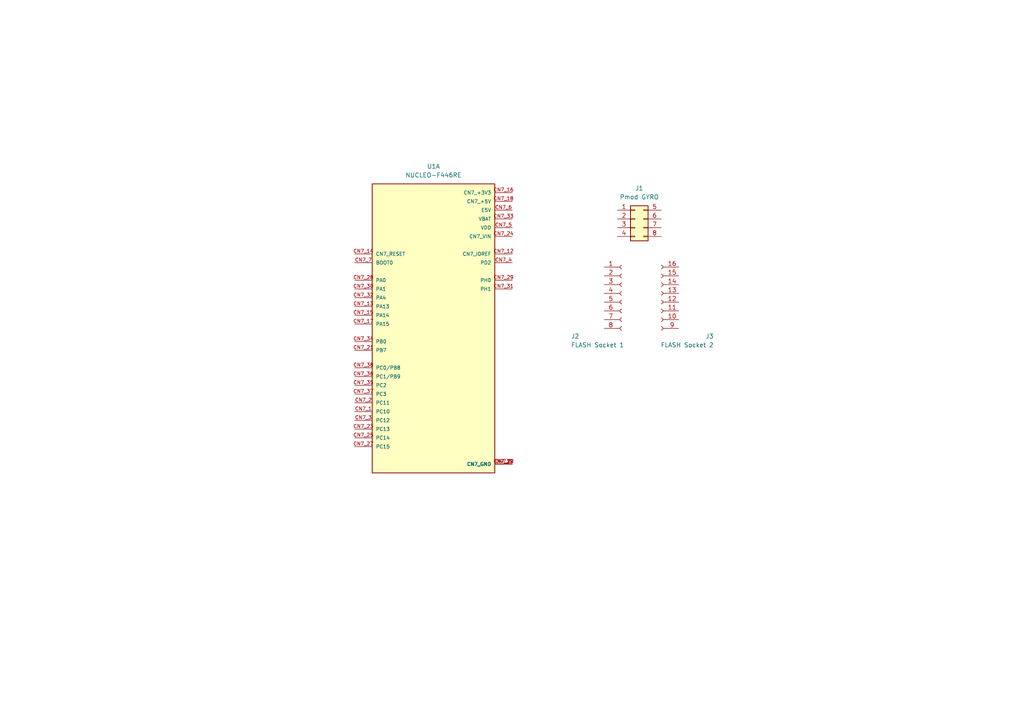
<source format=kicad_sch>
(kicad_sch (version 20250114) (generator "eeschema") (generator_version "9.0")
  (paper "A4")
  (lib_symbols
    (symbol "Conn_01x08_Socket_1" (pin_names (offset 1.016) (hide yes))
      (property "Reference" "J3" (at 1.27 0.0001 0))
      (property "Value" "Conn_01x08_Socket" (at 1.27 -2.5399 0))
      (symbol "Conn_01x08_Socket_1_1_1"
        (polyline (pts (xy -1.27 7.62) (xy -0.508 7.62)) (stroke (width 0.1524)))
        (polyline (pts (xy -1.27 5.08) (xy -0.508 5.08)) (stroke (width 0.1524)))
        (polyline (pts (xy -1.27 2.54) (xy -0.508 2.54)) (stroke (width 0.1524)))
        (polyline (pts (xy -1.27 0) (xy -0.508 0)) (stroke (width 0.1524)))
        (polyline (pts (xy -1.27 -2.54) (xy -0.508 -2.54)) (stroke (width 0.1524)))
        (polyline (pts (xy -1.27 -5.08) (xy -0.508 -5.08)) (stroke (width 0.1524)))
        (polyline (pts (xy -1.27 -7.62) (xy -0.508 -7.62)) (stroke (width 0.1524)))
        (polyline (pts (xy -1.27 -10.16) (xy -0.508 -10.16)) (stroke (width 0.1524)))
        (arc (start 0 7.112) (mid -0.5058 7.62) (end 0 8.128) (stroke (width 0.1524)))
        (arc (start 0 4.572) (mid -0.5058 5.08) (end 0 5.588) (stroke (width 0.1524)))
        (arc (start 0 2.032) (mid -0.5058 2.54) (end 0 3.048) (stroke (width 0.1524)))
        (arc (start 0 -0.508) (mid -0.5058 0) (end 0 0.508) (stroke (width 0.1524)))
        (arc (start 0 -3.048) (mid -0.5058 -2.54) (end 0 -2.032) (stroke (width 0.1524)))
        (arc (start 0 -5.588) (mid -0.5058 -5.08) (end 0 -4.572) (stroke (width 0.1524)))
        (arc (start 0 -8.128) (mid -0.5058 -7.62) (end 0 -7.112) (stroke (width 0.1524)))
        (arc (start 0 -10.668) (mid -0.5058 -10.16) (end 0 -9.652) (stroke (width 0.1524)))
        (pin passive line (at -5.08 7.62 0) (length 3.81) (name "Pin_16") (number "16"))
        (pin passive line (at -5.08 5.08 0) (length 3.81) (name "Pin_15") (number "15"))
        (pin passive line (at -5.08 2.54 0) (length 3.81) (name "Pin_14") (number "14"))
        (pin passive line (at -5.08 0 0) (length 3.81) (name "Pin_13") (number "13"))
        (pin passive line (at -5.08 -2.54 0) (length 3.81) (name "Pin_12") (number "12"))
        (pin passive line (at -5.08 -5.08 0) (length 3.81) (name "Pin_11") (number "11"))
        (pin passive line (at -5.08 -7.62 0) (length 3.81) (name "Pin_10") (number "10"))
        (pin passive line (at -5.08 -10.16 0) (length 3.81) (name "Pin_9") (number "9"))
      )
    )
    (symbol "Connector:Conn_01x08_Socket" (pin_names (offset 1.016) (hide yes))
      (property "Reference" "J" (at 0 10.16 0))
      (property "Value" "Conn_01x08_Socket" (at 0 -12.7 0))
      (symbol "Conn_01x08_Socket_1_1"
        (polyline (pts (xy -1.27 7.62) (xy -0.508 7.62)) (stroke (width 0.1524)))
        (polyline (pts (xy -1.27 5.08) (xy -0.508 5.08)) (stroke (width 0.1524)))
        (polyline (pts (xy -1.27 2.54) (xy -0.508 2.54)) (stroke (width 0.1524)))
        (polyline (pts (xy -1.27 0) (xy -0.508 0)) (stroke (width 0.1524)))
        (polyline (pts (xy -1.27 -2.54) (xy -0.508 -2.54)) (stroke (width 0.1524)))
        (polyline (pts (xy -1.27 -5.08) (xy -0.508 -5.08)) (stroke (width 0.1524)))
        (polyline (pts (xy -1.27 -7.62) (xy -0.508 -7.62)) (stroke (width 0.1524)))
        (polyline (pts (xy -1.27 -10.16) (xy -0.508 -10.16)) (stroke (width 0.1524)))
        (arc (start 0 7.112) (mid -0.5058 7.62) (end 0 8.128) (stroke (width 0.1524)))
        (arc (start 0 4.572) (mid -0.5058 5.08) (end 0 5.588) (stroke (width 0.1524)))
        (arc (start 0 2.032) (mid -0.5058 2.54) (end 0 3.048) (stroke (width 0.1524)))
        (arc (start 0 -0.508) (mid -0.5058 0) (end 0 0.508) (stroke (width 0.1524)))
        (arc (start 0 -3.048) (mid -0.5058 -2.54) (end 0 -2.032) (stroke (width 0.1524)))
        (arc (start 0 -5.588) (mid -0.5058 -5.08) (end 0 -4.572) (stroke (width 0.1524)))
        (arc (start 0 -8.128) (mid -0.5058 -7.62) (end 0 -7.112) (stroke (width 0.1524)))
        (arc (start 0 -10.668) (mid -0.5058 -10.16) (end 0 -9.652) (stroke (width 0.1524)))
        (pin passive line (at -5.08 7.62 0) (length 3.81) (name "Pin_1") (number "1"))
        (pin passive line (at -5.08 5.08 0) (length 3.81) (name "Pin_2") (number "2"))
        (pin passive line (at -5.08 2.54 0) (length 3.81) (name "Pin_3") (number "3"))
        (pin passive line (at -5.08 0 0) (length 3.81) (name "Pin_4") (number "4"))
        (pin passive line (at -5.08 -2.54 0) (length 3.81) (name "Pin_5") (number "5"))
        (pin passive line (at -5.08 -5.08 0) (length 3.81) (name "Pin_6") (number "6"))
        (pin passive line (at -5.08 -7.62 0) (length 3.81) (name "Pin_7") (number "7"))
        (pin passive line (at -5.08 -10.16 0) (length 3.81) (name "Pin_8") (number "8"))
      )
    )
    (symbol "Connector_Generic:Conn_02x04_Counter_Clockwise" (pin_names (offset 1.016) (hide yes))
      (property "Reference" "J1" (at 1.27 8.89 0))
      (property "Value" "Conn_02x04_Clockwise" (at 1.27 6.35 0))
      (symbol "Conn_02x04_Counter_Clockwise_1_1"
        (rectangle (start -1.27 3.81) (end 3.81 -6.35) (stroke (width 0.254)) (fill (type background)))
        (rectangle (start -1.27 2.667) (end 0 2.413) (stroke (width 0.1524)))
        (rectangle (start -1.27 0.127) (end 0 -0.127) (stroke (width 0.1524)))
        (rectangle (start -1.27 -2.413) (end 0 -2.667) (stroke (width 0.1524)))
        (rectangle (start -1.27 -4.953) (end 0 -5.207) (stroke (width 0.1524)))
        (rectangle (start 3.81 2.667) (end 2.54 2.413) (stroke (width 0.1524)))
        (rectangle (start 3.81 0.127) (end 2.54 -0.127) (stroke (width 0.1524)))
        (rectangle (start 3.81 -2.413) (end 2.54 -2.667) (stroke (width 0.1524)))
        (rectangle (start 3.81 -4.953) (end 2.54 -5.207) (stroke (width 0.1524)))
        (pin passive line (at -5.08 2.54 0) (length 3.81) (name "Pin_1") (number "1"))
        (pin passive line (at -5.08 0 0) (length 3.81) (name "Pin_2") (number "2"))
        (pin passive line (at -5.08 -2.54 0) (length 3.81) (name "Pin_3") (number "3"))
        (pin passive line (at -5.08 -5.08 0) (length 3.81) (name "Pin_4") (number "4"))
        (pin passive line (at 7.62 2.54 180) (length 3.81) (name "Pin_5") (number "5"))
        (pin passive line (at 7.62 0 180) (length 3.81) (name "Pin_6") (number "6"))
        (pin passive line (at 7.62 -2.54 180) (length 3.81) (name "Pin_7") (number "7"))
        (pin passive line (at 7.62 -5.08 180) (length 3.81) (name "Pin_8") (number "8"))
      )
    )
    (symbol "NUCLEO-F446RE:NUCLEO-F446RE" (pin_names (offset 1.016))
      (property "Reference" "U" (at -17.78 41.91 0))
      (property "Value" "NUCLEO-F446RE" (at -17.78 -44.45 0))
      (symbol "NUCLEO-F446RE_1_0"
        (rectangle (start -17.78 -43.18) (end 17.78 40.64) (stroke (width 0.254)) (fill (type background)))
        (pin bidirectional line (at -22.86 20.32 0) (length 5.08) (name "CN7_RESET") (number "CN7_14"))
        (pin bidirectional line (at -22.86 17.78 0) (length 5.08) (name "BOOT0") (number "CN7_7"))
        (pin bidirectional line (at -22.86 12.7 0) (length 5.08) (name "PA0") (number "CN7_28"))
        (pin bidirectional line (at -22.86 10.16 0) (length 5.08) (name "PA1") (number "CN7_30"))
        (pin bidirectional line (at -22.86 7.62 0) (length 5.08) (name "PA4") (number "CN7_32"))
        (pin bidirectional line (at -22.86 5.08 0) (length 5.08) (name "PA13") (number "CN7_13"))
        (pin bidirectional line (at -22.86 2.54 0) (length 5.08) (name "PA14") (number "CN7_15"))
        (pin bidirectional line (at -22.86 0 0) (length 5.08) (name "PA15") (number "CN7_17"))
        (pin bidirectional line (at -22.86 -5.08 0) (length 5.08) (name "PB0") (number "CN7_34"))
        (pin bidirectional line (at -22.86 -7.62 0) (length 5.08) (name "PB7") (number "CN7_21"))
        (pin bidirectional line (at -22.86 -12.7 0) (length 5.08) (name "PC0/PB8") (number "CN7_38"))
        (pin bidirectional line (at -22.86 -15.24 0) (length 5.08) (name "PC1/PB9") (number "CN7_36"))
        (pin bidirectional line (at -22.86 -17.78 0) (length 5.08) (name "PC2") (number "CN7_35"))
        (pin bidirectional line (at -22.86 -20.32 0) (length 5.08) (name "PC3") (number "CN7_37"))
        (pin bidirectional line (at -22.86 -22.86 0) (length 5.08) (name "PC11") (number "CN7_2"))
        (pin bidirectional line (at -22.86 -25.4 0) (length 5.08) (name "PC10") (number "CN7_1"))
        (pin bidirectional line (at -22.86 -27.94 0) (length 5.08) (name "PC12") (number "CN7_3"))
        (pin bidirectional line (at -22.86 -30.48 0) (length 5.08) (name "PC13") (number "CN7_23"))
        (pin bidirectional line (at -22.86 -33.02 0) (length 5.08) (name "PC14") (number "CN7_25"))
        (pin bidirectional line (at -22.86 -35.56 0) (length 5.08) (name "PC15") (number "CN7_27"))
        (pin power_in line (at 22.86 38.1 180) (length 5.08) (name "CN7_+3V3") (number "CN7_16"))
        (pin power_in line (at 22.86 35.56 180) (length 5.08) (name "CN7_+5V") (number "CN7_18"))
        (pin power_in line (at 22.86 33.02 180) (length 5.08) (name "E5V") (number "CN7_6"))
        (pin power_in line (at 22.86 30.48 180) (length 5.08) (name "VBAT") (number "CN7_33"))
        (pin power_in line (at 22.86 27.94 180) (length 5.08) (name "VDD") (number "CN7_5"))
        (pin power_in line (at 22.86 25.4 180) (length 5.08) (name "CN7_VIN") (number "CN7_24"))
        (pin bidirectional line (at 22.86 20.32 180) (length 5.08) (name "CN7_IOREF") (number "CN7_12"))
        (pin bidirectional line (at 22.86 17.78 180) (length 5.08) (name "PD2") (number "CN7_4"))
        (pin bidirectional line (at 22.86 12.7 180) (length 5.08) (name "PH0") (number "CN7_29"))
        (pin bidirectional line (at 22.86 10.16 180) (length 5.08) (name "PH1") (number "CN7_31"))
        (pin power_in line (at 22.86 -40.64 180) (length 5.08) (name "CN7_GND") (number "CN7_19"))
        (pin power_in line (at 22.86 -40.64 180) (length 5.08) (name "CN7_GND") (number "CN7_20"))
        (pin power_in line (at 22.86 -40.64 180) (length 5.08) (name "CN7_GND") (number "CN7_22"))
        (pin power_in line (at 22.86 -40.64 180) (length 5.08) (name "CN7_GND") (number "CN7_8"))
      )
      (symbol "NUCLEO-F446RE_2_0"
        (rectangle (start -12.7 -40.64) (end 12.7 38.1) (stroke (width 0.254)) (fill (type background)))
        (pin bidirectional line (at -17.78 27.94 0) (length 5.08) (name "PA2") (number "CN10_35"))
        (pin bidirectional line (at -17.78 25.4 0) (length 5.08) (name "PA3") (number "CN10_37"))
        (pin bidirectional line (at -17.78 22.86 0) (length 5.08) (name "PA5") (number "CN10_11"))
        (pin bidirectional line (at -17.78 20.32 0) (length 5.08) (name "PA6") (number "CN10_13"))
        (pin bidirectional line (at -17.78 17.78 0) (length 5.08) (name "PA7") (number "CN10_15"))
        (pin bidirectional line (at -17.78 15.24 0) (length 5.08) (name "PA8") (number "CN10_23"))
        (pin bidirectional line (at -17.78 12.7 0) (length 5.08) (name "PA9") (number "CN10_21"))
        (pin bidirectional line (at -17.78 10.16 0) (length 5.08) (name "PA10") (number "CN10_33"))
        (pin bidirectional line (at -17.78 7.62 0) (length 5.08) (name "PA11") (number "CN10_14"))
        (pin bidirectional line (at -17.78 5.08 0) (length 5.08) (name "PA12") (number "CN10_12"))
        (pin bidirectional line (at -17.78 0 0) (length 5.08) (name "PB1") (number "CN10_24"))
        (pin bidirectional line (at -17.78 -2.54 0) (length 5.08) (name "PB2") (number "CN10_22"))
        (pin bidirectional line (at -17.78 -5.08 0) (length 5.08) (name "PB3") (number "CN10_31"))
        (pin bidirectional line (at -17.78 -7.62 0) (length 5.08) (name "PB4") (number "CN10_27"))
        (pin bidirectional line (at -17.78 -10.16 0) (length 5.08) (name "PB5") (number "CN10_29"))
        (pin bidirectional line (at -17.78 -12.7 0) (length 5.08) (name "PB6") (number "CN10_17"))
        (pin bidirectional line (at -17.78 -15.24 0) (length 5.08) (name "PB8") (number "CN10_3"))
        (pin bidirectional line (at -17.78 -17.78 0) (length 5.08) (name "PB9") (number "CN10_5"))
        (pin bidirectional line (at -17.78 -20.32 0) (length 5.08) (name "PB10") (number "CN10_25"))
        (pin bidirectional line (at -17.78 -22.86 0) (length 5.08) (name "PB12") (number "CN10_16"))
        (pin bidirectional line (at -17.78 -25.4 0) (length 5.08) (name "PB13") (number "CN10_30"))
        (pin bidirectional line (at -17.78 -27.94 0) (length 5.08) (name "PB14") (number "CN10_28"))
        (pin bidirectional line (at -17.78 -30.48 0) (length 5.08) (name "PB15") (number "CN10_26"))
        (pin power_in line (at 17.78 35.56 180) (length 5.08) (name "AVDD") (number "CN10_7"))
        (pin power_in line (at 17.78 33.02 180) (length 5.08) (name "U5V") (number "CN10_8"))
        (pin bidirectional line (at 17.78 27.94 180) (length 5.08) (name "PC4") (number "CN10_34"))
        (pin bidirectional line (at 17.78 25.4 180) (length 5.08) (name "PC5") (number "CN10_6"))
        (pin bidirectional line (at 17.78 22.86 180) (length 5.08) (name "PC6") (number "CN10_4"))
        (pin bidirectional line (at 17.78 20.32 180) (length 5.08) (name "PC7") (number "CN10_19"))
        (pin bidirectional line (at 17.78 17.78 180) (length 5.08) (name "PC8") (number "CN10_2"))
        (pin bidirectional line (at 17.78 15.24 180) (length 5.08) (name "PC9") (number "CN10_1"))
        (pin power_in line (at 17.78 -35.56 180) (length 5.08) (name "AGND") (number "CN10_32"))
        (pin power_in line (at 17.78 -38.1 180) (length 5.08) (name "CN10_GND") (number "CN10_20"))
        (pin power_in line (at 17.78 -38.1 180) (length 5.08) (name "CN10_GND") (number "CN10_9"))
      )
      (symbol "NUCLEO-F446RE_3_0"
        (rectangle (start -15.24 -12.7) (end 15.24 10.16) (stroke (width 0.254)) (fill (type background)))
        (pin bidirectional line (at -20.32 -2.54 0) (length 5.08) (name "CN6_RESET") (number "CN6_3"))
        (pin bidirectional line (at -20.32 -5.08 0) (length 5.08) (name "CN6_IOREF") (number "CN6_2"))
        (pin power_in line (at 20.32 7.62 180) (length 5.08) (name "CN6_VIN") (number "CN6_8"))
        (pin power_in line (at 20.32 5.08 180) (length 5.08) (name "CN6_+5V") (number "CN6_5"))
        (pin power_in line (at 20.32 2.54 180) (length 5.08) (name "CN6_+3V3") (number "CN6_4"))
        (pin power_in line (at 20.32 -10.16 180) (length 5.08) (name "CN6_GND") (number "CN6_6"))
        (pin power_in line (at 20.32 -10.16 180) (length 5.08) (name "CN6_GND") (number "CN6_7"))
      )
      (symbol "NUCLEO-F446RE_4_0"
        (rectangle (start -5.08 -12.7) (end 5.08 12.7) (stroke (width 0.254)) (fill (type background)))
        (pin input line (at -10.16 10.16 0) (length 5.08) (name "D0") (number "CN9_1"))
        (pin output line (at -10.16 7.62 0) (length 5.08) (name "D1") (number "CN9_2"))
        (pin bidirectional line (at -10.16 2.54 0) (length 5.08) (name "D2") (number "CN9_3"))
        (pin bidirectional line (at -10.16 0 0) (length 5.08) (name "D3") (number "CN9_4"))
        (pin bidirectional line (at -10.16 -2.54 0) (length 5.08) (name "D4") (number "CN9_5"))
        (pin bidirectional line (at -10.16 -5.08 0) (length 5.08) (name "D5") (number "CN9_6"))
        (pin bidirectional line (at -10.16 -7.62 0) (length 5.08) (name "D6") (number "CN9_7"))
        (pin bidirectional line (at -10.16 -10.16 0) (length 5.08) (name "D7") (number "CN9_8"))
      )
      (symbol "NUCLEO-F446RE_5_0"
        (rectangle (start -5.08 -10.16) (end 5.08 7.62) (stroke (width 0.254)) (fill (type background)))
        (pin input line (at -10.16 5.08 0) (length 5.08) (name "A0") (number "CN8_1"))
        (pin input line (at -10.16 2.54 0) (length 5.08) (name "A1") (number "CN8_2"))
        (pin input line (at -10.16 0 0) (length 5.08) (name "A2") (number "CN8_3"))
        (pin input line (at -10.16 -2.54 0) (length 5.08) (name "A3") (number "CN8_4"))
        (pin input line (at -10.16 -5.08 0) (length 5.08) (name "A4") (number "CN8_5"))
        (pin input line (at -10.16 -7.62 0) (length 5.08) (name "A5") (number "CN8_6"))
      )
      (symbol "NUCLEO-F446RE_6_0"
        (rectangle (start -10.16 -17.78) (end 10.16 15.24) (stroke (width 0.254)) (fill (type background)))
        (pin bidirectional line (at -15.24 7.62 0) (length 5.08) (name "D8") (number "CN5_1"))
        (pin bidirectional line (at -15.24 5.08 0) (length 5.08) (name "D9") (number "CN5_2"))
        (pin bidirectional line (at -15.24 2.54 0) (length 5.08) (name "D10") (number "CN5_3"))
        (pin bidirectional line (at -15.24 0 0) (length 5.08) (name "D11") (number "CN5_4"))
        (pin bidirectional line (at -15.24 -2.54 0) (length 5.08) (name "D12") (number "CN5_5"))
        (pin bidirectional clock (at -15.24 -5.08 0) (length 5.08) (name "D13") (number "CN5_6"))
        (pin bidirectional line (at -15.24 -7.62 0) (length 5.08) (name "D14") (number "CN5_9"))
        (pin bidirectional clock (at -15.24 -10.16 0) (length 5.08) (name "D15") (number "CN5_10"))
        (pin power_in line (at 15.24 12.7 180) (length 5.08) (name "AREF") (number "CN5_8"))
        (pin power_in line (at 15.24 -15.24 180) (length 5.08) (name "CN5_GND") (number "CN5_7"))
      )
    )
  )
  (symbol (lib_name "Conn_01x08_Socket_1") (lib_id "Connector:Conn_01x08_Socket") (at 191.77 85.09 0) (mirror y) (unit 1)
    (property "Reference" "J3" (at 207.01 97.536 0) (effects (justify left)))
    (property "Value" "FLASH Socket 2" (at 207.01 100.076 0) (effects (justify left)))
    (property "Footprint" "Connector_PinSocket_2.54mm:PinSocket_1x08_P2.54mm_Vertical" (effects (hide yes)))
    (property "Description" "Generic connector, single row, 01x08, script generated" (effects (hide yes)))
  )
  (symbol (lib_id "NUCLEO-F446RE:NUCLEO-F446RE") (at 125.73 93.98 0) (unit 1)
    (property "Reference" "U1" (at 125.73 48.26 0))
    (property "Value" "NUCLEO-F446RE" (at 125.73 50.8 0))
    (property "Footprint" "FOOTPRINTS:NUCLEO-F446RE" (effects (hide yes)))
    (property "MF" "STMicroelectronics" (effects (hide yes)))
    (property "Package" "None" (effects (hide yes)))
    (property "Price" "None" (effects (hide yes)))
    (property "Check_prices" "https://www.snapeda.com/parts/NUCLEO-F446RE/STMicroelectronics/view-part/?ref=eda" (effects (hide yes)))
    (property "STANDARD" "Manufacturer Recommendations" (effects (hide yes)))
    (property "PARTREV" "13" (effects (hide yes)))
    (property "SnapEDA_Link" "https://www.snapeda.com/parts/NUCLEO-F446RE/STMicroelectronics/view-part/?ref=snap" (effects (hide yes)))
    (property "MP" "NUCLEO-F446RE" (effects (hide yes)))
    (property "Description_1" "STM32F446RE, mbed-Enabled Development Nucleo-64 STM32F4 ARM® Cortex®-M4 MCU 32-Bit Embedded Evaluation Board" (effects (hide yes)))
    (property "Availability" "In Stock" (effects (hide yes)))
    (property "MANUFACTURER" "STMicroelectronics" (effects (hide yes)))
  )
  (symbol (lib_id "Connector:Conn_01x08_Socket") (at 180.34 85.09 0) (unit 1)
    (property "Reference" "J2" (at 165.608 97.536 0) (effects (justify left)))
    (property "Value" "FLASH Socket 1" (at 165.608 100.076 0) (effects (justify left)))
    (property "Footprint" "Connector_PinSocket_2.54mm:PinSocket_1x08_P2.54mm_Vertical" (effects (hide yes)))
    (property "Description" "Generic connector, single row, 01x08, script generated" (effects (hide yes)))
  )
  (symbol (lib_id "Connector_Generic:Conn_02x04_Counter_Clockwise") (at 184.15 63.5 0) (unit 1)
    (property "Reference" "J1" (at 185.42 54.61 0))
    (property "Value" "Pmod GYRO" (at 185.42 57.15 0))
    (property "Footprint" "Connector_PinSocket_2.54mm:PinSocket_2x04_P2.54mm_Vertical" (effects (hide yes)))
    (property "Description" "Generic connector, double row, 02x04, counter clockwise pin numbering scheme (similar to DIP package numbering), script generated (kicad-library-utils/schlib/autogen/connector/)" (effects (hide yes)))
  )
)
</source>
